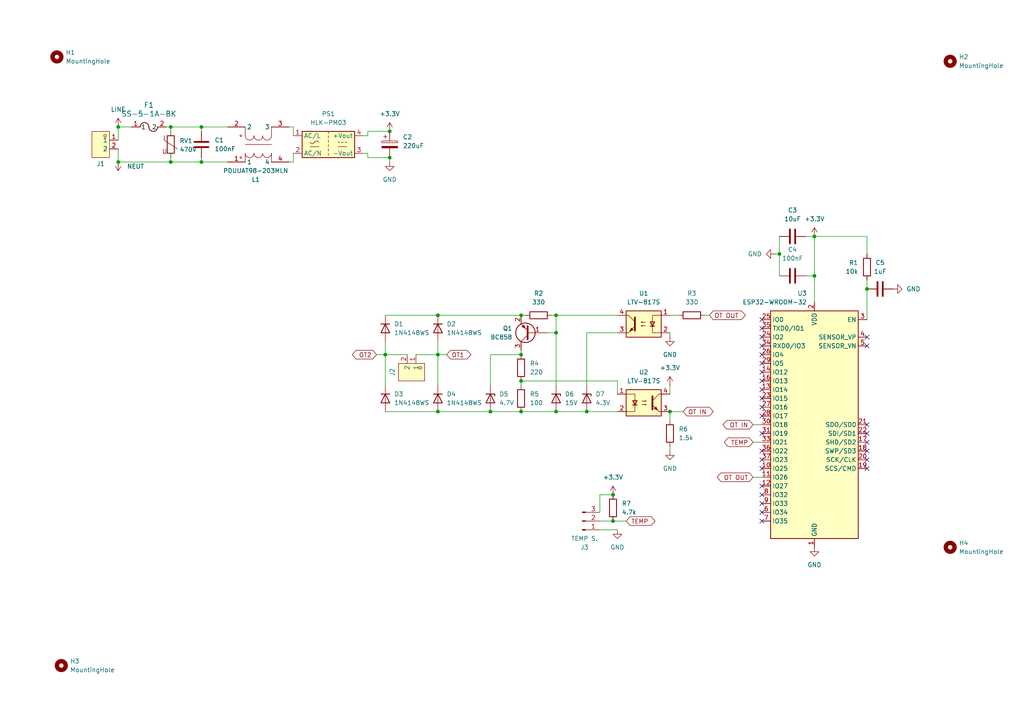
<source format=kicad_sch>
(kicad_sch (version 20231120) (generator "eeschema") (generator_version "8.0")
  (paper "A4")
  (lib_symbols
    (symbol "Connector:Conn_01x03_Pin" (pin_names (offset 1.016) hide)
      (property "Reference" "J" (at 0 5.08 0))
      (property "Value" "Conn_01x03_Pin" (at 0 -5.08 0))
      (symbol "Conn_01x03_Pin_1_1"
        (polyline (pts (xy 1.27 -2.54) (xy 0.8636 -2.54)) (stroke (width 0.1524)))
        (polyline (pts (xy 1.27 0) (xy 0.8636 0)) (stroke (width 0.1524)))
        (polyline (pts (xy 1.27 2.54) (xy 0.8636 2.54)) (stroke (width 0.1524)))
        (rectangle (start 0.8636 -2.413) (end 0 -2.667) (stroke (width 0.1524)) (fill (type outline)))
        (rectangle (start 0.8636 0.127) (end 0 -0.127) (stroke (width 0.1524)) (fill (type outline)))
        (rectangle (start 0.8636 2.667) (end 0 2.413) (stroke (width 0.1524)) (fill (type outline)))
        (pin passive line (at 5.08 2.54 180) (length 3.81) (name "Pin_1") (number "1"))
        (pin passive line (at 5.08 0 180) (length 3.81) (name "Pin_2") (number "2"))
        (pin passive line (at 5.08 -2.54 180) (length 3.81) (name "Pin_3") (number "3"))
      )
    )
    (symbol "Converter_ACDC:HLK-PM03"
      (property "Reference" "PS" (at 0 5.08 0))
      (property "Value" "HLK-PM03" (at 0 -5.08 0))
      (symbol "HLK-PM03_0_1"
        (rectangle (start -7.62 3.81) (end 7.62 -3.81) (stroke (width 0.254)) (fill (type background)))
        (arc (start -5.334 0.635) (mid -4.699 0.2495) (end -4.064 0.635))
        (arc (start -2.794 0.635) (mid -3.429 1.0072) (end -4.064 0.635))
        (polyline (pts (xy -5.334 -0.635) (xy -2.794 -0.635)))
        (polyline (pts (xy 0 -2.54) (xy 0 -3.175)))
        (polyline (pts (xy 0 -1.27) (xy 0 -1.905)))
        (polyline (pts (xy 0 0) (xy 0 -0.635)))
        (polyline (pts (xy 0 1.27) (xy 0 0.635)))
        (polyline (pts (xy 0 2.54) (xy 0 1.905)))
        (polyline (pts (xy 0 3.81) (xy 0 3.175)))
        (polyline (pts (xy 2.794 -0.635) (xy 5.334 -0.635)))
        (polyline (pts (xy 2.794 0.635) (xy 3.302 0.635)))
        (polyline (pts (xy 3.81 0.635) (xy 4.318 0.635)))
        (polyline (pts (xy 4.826 0.635) (xy 5.334 0.635)))
      )
      (symbol "HLK-PM03_1_1"
        (pin power_in line (at -10.16 2.54 0) (length 2.54) (name "AC/L") (number "1"))
        (pin power_in line (at -10.16 -2.54 0) (length 2.54) (name "AC/N") (number "2"))
        (pin power_out line (at 10.16 -2.54 180) (length 2.54) (name "-Vout") (number "3"))
        (pin power_out line (at 10.16 2.54 180) (length 2.54) (name "+Vout") (number "4"))
      )
    )
    (symbol "Device:C" (pin_numbers hide) (pin_names (offset 0.254))
      (property "Reference" "C" (at 0.635 2.54 0))
      (property "Value" "C" (at 0.635 -2.54 0))
      (symbol "C_0_1"
        (polyline (pts (xy -2.032 -0.762) (xy 2.032 -0.762)) (stroke (width 0.508)))
        (polyline (pts (xy -2.032 0.762) (xy 2.032 0.762)) (stroke (width 0.508)))
      )
      (symbol "C_1_1"
        (pin passive line (at 0 3.81 270) (length 2.794) (name "~") (number "1"))
        (pin passive line (at 0 -3.81 90) (length 2.794) (name "~") (number "2"))
      )
    )
    (symbol "Device:C_Polarized" (pin_numbers hide) (pin_names (offset 0.254))
      (property "Reference" "C" (at 0.635 2.54 0))
      (property "Value" "C_Polarized" (at 0.635 -2.54 0))
      (symbol "C_Polarized_0_1"
        (rectangle (start -2.286 0.508) (end 2.286 1.016))
        (polyline (pts (xy -1.778 2.286) (xy -0.762 2.286)))
        (polyline (pts (xy -1.27 2.794) (xy -1.27 1.778)))
        (rectangle (start 2.286 -0.508) (end -2.286 -1.016) (fill (type outline)))
      )
      (symbol "C_Polarized_1_1"
        (pin passive line (at 0 3.81 270) (length 2.794) (name "~") (number "1"))
        (pin passive line (at 0 -3.81 90) (length 2.794) (name "~") (number "2"))
      )
    )
    (symbol "Device:D_Zener" (pin_numbers hide) (pin_names (offset 1.016) hide)
      (property "Reference" "D" (at 0 2.54 0))
      (property "Value" "D_Zener" (at 0 -2.54 0))
      (symbol "D_Zener_0_1"
        (polyline (pts (xy 1.27 0) (xy -1.27 0)))
        (polyline (pts (xy -1.27 -1.27) (xy -1.27 1.27) (xy -0.762 1.27)) (stroke (width 0.254)))
        (polyline (pts (xy 1.27 -1.27) (xy 1.27 1.27) (xy -1.27 0) (xy 1.27 -1.27)) (stroke (width 0.254)))
      )
      (symbol "D_Zener_1_1"
        (pin passive line (at -3.81 0 0) (length 2.54) (name "K") (number "1"))
        (pin passive line (at 3.81 0 180) (length 2.54) (name "A") (number "2"))
      )
    )
    (symbol "Device:R" (pin_numbers hide) (pin_names (offset 0))
      (property "Reference" "R" (at 2.032 0 90))
      (property "Value" "R" (at 0 0 90))
      (symbol "R_0_1"
        (rectangle (start -1.016 -2.54) (end 1.016 2.54) (stroke (width 0.254)))
      )
      (symbol "R_1_1"
        (pin passive line (at 0 3.81 270) (length 1.27) (name "~") (number "1"))
        (pin passive line (at 0 -3.81 90) (length 1.27) (name "~") (number "2"))
      )
    )
    (symbol "Device:Varistor" (pin_numbers hide) (pin_names (offset 0))
      (property "Reference" "RV" (at 3.175 0 90))
      (property "Value" "Varistor" (at -3.175 0 90))
      (symbol "Varistor_0_0"
        (text "U" (at -1.778 -2.032 0) (effects (font (size 1.27 1.27))))
      )
      (symbol "Varistor_0_1"
        (rectangle (start -1.016 -2.54) (end 1.016 2.54) (stroke (width 0.254)))
        (polyline (pts (xy -1.905 2.54) (xy -1.905 1.27) (xy 1.905 -1.27)))
      )
      (symbol "Varistor_1_1"
        (pin passive line (at 0 3.81 270) (length 1.27) (name "~") (number "1"))
        (pin passive line (at 0 -3.81 90) (length 1.27) (name "~") (number "2"))
      )
    )
    (symbol "Diode:1N4148WS" (pin_numbers hide) (pin_names hide)
      (property "Reference" "D" (at 0 2.54 0))
      (property "Value" "1N4148WS" (at 0 -2.54 0))
      (symbol "1N4148WS_0_1"
        (polyline (pts (xy -1.27 1.27) (xy -1.27 -1.27)) (stroke (width 0.254)))
        (polyline (pts (xy 1.27 0) (xy -1.27 0)))
        (polyline (pts (xy 1.27 1.27) (xy 1.27 -1.27) (xy -1.27 0) (xy 1.27 1.27)) (stroke (width 0.254)))
      )
      (symbol "1N4148WS_1_1"
        (pin passive line (at -3.81 0 0) (length 2.54) (name "K") (number "1"))
        (pin passive line (at 3.81 0 180) (length 2.54) (name "A") (number "2"))
      )
    )
    (symbol "Isolator:LTV-817S" (pin_names (offset 1.016))
      (property "Reference" "U" (at -3.81 5.08 0))
      (property "Value" "LTV-817S" (at 0 -5.08 0))
      (symbol "LTV-817S_1_1"
        (rectangle (start -5.08 3.81) (end 5.08 -3.81) (stroke (width 0.254)) (fill (type background)))
        (polyline (pts (xy -3.175 -0.635) (xy -1.905 -0.635)) (stroke (width 0.254)))
        (polyline (pts (xy 2.54 0.635) (xy 4.445 2.54)))
        (polyline (pts (xy 4.445 -2.54) (xy 2.54 -0.635)) (fill (type outline)))
        (polyline (pts (xy 4.445 -2.54) (xy 5.08 -2.54)))
        (polyline (pts (xy 4.445 2.54) (xy 5.08 2.54)))
        (polyline (pts (xy -5.08 2.54) (xy -2.54 2.54) (xy -2.54 -0.762)))
        (polyline (pts (xy -2.54 -0.635) (xy -2.54 -2.54) (xy -5.08 -2.54)))
        (polyline (pts (xy 2.54 1.905) (xy 2.54 -1.905) (xy 2.54 -1.905)) (stroke (width 0.508)))
        (polyline (pts (xy -2.54 -0.635) (xy -3.175 0.635) (xy -1.905 0.635) (xy -2.54 -0.635)) (stroke (width 0.254)))
        (polyline (pts (xy -0.508 -0.508) (xy 0.762 -0.508) (xy 0.381 -0.635) (xy 0.381 -0.381) (xy 0.762 -0.508)))
        (polyline (pts (xy -0.508 0.508) (xy 0.762 0.508) (xy 0.381 0.381) (xy 0.381 0.635) (xy 0.762 0.508)))
        (polyline (pts (xy 3.048 -1.651) (xy 3.556 -1.143) (xy 4.064 -2.159) (xy 3.048 -1.651) (xy 3.048 -1.651)) (fill (type outline)))
        (pin passive line (at -7.62 2.54 0) (length 2.54) (name "~") (number "1"))
        (pin passive line (at -7.62 -2.54 0) (length 2.54) (name "~") (number "2"))
        (pin passive line (at 7.62 -2.54 180) (length 2.54) (name "~") (number "3"))
        (pin passive line (at 7.62 2.54 180) (length 2.54) (name "~") (number "4"))
      )
    )
    (symbol "Mechanical:MountingHole" (pin_names (offset 1.016)) (exclude_from_sim yes) (in_bom no)
      (property "Reference" "H" (at 0 5.08 0))
      (property "Value" "MountingHole" (at 0 3.175 0))
      (symbol "MountingHole_0_1"
        (circle (center 0 0) (radius 1.27) (stroke (width 1.27)))
      )
    )
    (symbol "RF_Module:ESP32-WROOM-32"
      (property "Reference" "U" (at -12.7 34.29 0))
      (property "Value" "ESP32-WROOM-32" (at 1.27 34.29 0))
      (symbol "ESP32-WROOM-32_0_1"
        (rectangle (start -12.7 33.02) (end 12.7 -33.02) (stroke (width 0.254)) (fill (type background)))
      )
      (symbol "ESP32-WROOM-32_1_1"
        (pin power_in line (at 0 -35.56 90) (length 2.54) (name "GND") (number "1"))
        (pin bidirectional line (at 15.24 -12.7 180) (length 2.54) (name "IO25") (number "10"))
        (pin bidirectional line (at 15.24 -15.24 180) (length 2.54) (name "IO26") (number "11"))
        (pin bidirectional line (at 15.24 -17.78 180) (length 2.54) (name "IO27") (number "12"))
        (pin bidirectional line (at 15.24 10.16 180) (length 2.54) (name "IO14") (number "13"))
        (pin bidirectional line (at 15.24 15.24 180) (length 2.54) (name "IO12") (number "14"))
        (pin passive line (at 0 -35.56 90) (length 2.54) hide (name "GND") (number "15"))
        (pin bidirectional line (at 15.24 12.7 180) (length 2.54) (name "IO13") (number "16"))
        (pin bidirectional line (at -15.24 -5.08 0) (length 2.54) (name "SHD/SD2") (number "17"))
        (pin bidirectional line (at -15.24 -7.62 0) (length 2.54) (name "SWP/SD3") (number "18"))
        (pin bidirectional line (at -15.24 -12.7 0) (length 2.54) (name "SCS/CMD") (number "19"))
        (pin power_in line (at 0 35.56 270) (length 2.54) (name "VDD") (number "2"))
        (pin bidirectional line (at -15.24 -10.16 0) (length 2.54) (name "SCK/CLK") (number "20"))
        (pin bidirectional line (at -15.24 0 0) (length 2.54) (name "SDO/SD0") (number "21"))
        (pin bidirectional line (at -15.24 -2.54 0) (length 2.54) (name "SDI/SD1") (number "22"))
        (pin bidirectional line (at 15.24 7.62 180) (length 2.54) (name "IO15") (number "23"))
        (pin bidirectional line (at 15.24 25.4 180) (length 2.54) (name "IO2") (number "24"))
        (pin bidirectional line (at 15.24 30.48 180) (length 2.54) (name "IO0") (number "25"))
        (pin bidirectional line (at 15.24 20.32 180) (length 2.54) (name "IO4") (number "26"))
        (pin bidirectional line (at 15.24 5.08 180) (length 2.54) (name "IO16") (number "27"))
        (pin bidirectional line (at 15.24 2.54 180) (length 2.54) (name "IO17") (number "28"))
        (pin bidirectional line (at 15.24 17.78 180) (length 2.54) (name "IO5") (number "29"))
        (pin input line (at -15.24 30.48 0) (length 2.54) (name "EN") (number "3"))
        (pin bidirectional line (at 15.24 0 180) (length 2.54) (name "IO18") (number "30"))
        (pin bidirectional line (at 15.24 -2.54 180) (length 2.54) (name "IO19") (number "31"))
        (pin no_connect line (at -12.7 -27.94 0) (length 2.54) hide (name "NC") (number "32"))
        (pin bidirectional line (at 15.24 -5.08 180) (length 2.54) (name "IO21") (number "33"))
        (pin bidirectional line (at 15.24 22.86 180) (length 2.54) (name "RXD0/IO3") (number "34"))
        (pin bidirectional line (at 15.24 27.94 180) (length 2.54) (name "TXD0/IO1") (number "35"))
        (pin bidirectional line (at 15.24 -7.62 180) (length 2.54) (name "IO22") (number "36"))
        (pin bidirectional line (at 15.24 -10.16 180) (length 2.54) (name "IO23") (number "37"))
        (pin passive line (at 0 -35.56 90) (length 2.54) hide (name "GND") (number "38"))
        (pin passive line (at 0 -35.56 90) (length 2.54) hide (name "GND") (number "39"))
        (pin input line (at -15.24 25.4 0) (length 2.54) (name "SENSOR_VP") (number "4"))
        (pin input line (at -15.24 22.86 0) (length 2.54) (name "SENSOR_VN") (number "5"))
        (pin input line (at 15.24 -25.4 180) (length 2.54) (name "IO34") (number "6"))
        (pin input line (at 15.24 -27.94 180) (length 2.54) (name "IO35") (number "7"))
        (pin bidirectional line (at 15.24 -20.32 180) (length 2.54) (name "IO32") (number "8"))
        (pin bidirectional line (at 15.24 -22.86 180) (length 2.54) (name "IO33") (number "9"))
      )
    )
    (symbol "Transistor_BJT:BC858" (pin_names (offset 0) hide)
      (property "Reference" "Q" (at 5.08 1.905 0))
      (property "Value" "BC858" (at 5.08 0 0))
      (symbol "BC858_0_1"
        (polyline (pts (xy 0.635 0.635) (xy 2.54 2.54)))
        (polyline (pts (xy 0.635 -0.635) (xy 2.54 -2.54) (xy 2.54 -2.54)))
        (polyline (pts (xy 0.635 1.905) (xy 0.635 -1.905) (xy 0.635 -1.905)) (stroke (width 0.508)))
        (polyline (pts (xy 2.286 -1.778) (xy 1.778 -2.286) (xy 1.27 -1.27) (xy 2.286 -1.778) (xy 2.286 -1.778)) (fill (type outline)))
        (circle (center 1.27 0) (radius 2.8194) (stroke (width 0.254)))
      )
      (symbol "BC858_1_1"
        (pin input line (at -5.08 0 0) (length 5.715) (name "B") (number "1"))
        (pin passive line (at 2.54 -5.08 90) (length 2.54) (name "E") (number "2"))
        (pin passive line (at 2.54 5.08 270) (length 2.54) (name "C") (number "3"))
      )
    )
    (symbol "my_lib:KF301-5.0-2P"
      (property "Reference" "U" (at 0 6.35 0))
      (property "Value" "KF301-5.0-2P" (at 0 -6.35 0))
      (symbol "KF301-5.0-2P_0_1"
        (rectangle (start -2.54 3.81) (end 2.54 -3.81) (fill (type background)))
        (circle (center -1.27 2.54) (radius 0.38))
        (pin unspecified line (at -5.08 1.27 0) (length 2.54) (name "1") (number "1"))
        (pin unspecified line (at -5.08 -1.27 0) (length 2.54) (name "2") (number "2"))
      )
    )
    (symbol "my_lib:PDUUAT98-203MLN"
      (property "Reference" "L" (at 0 10.16 0))
      (property "Value" "PDUUAT98-203MLN" (at 0 -10.16 0))
      (symbol "PDUUAT98-203MLN_0_1"
        (circle (center -3.81 -2.54) (radius 0.25))
        (circle (center -3.81 3.81) (radius 0.25))
        (arc (start 0 -2.54) (mid -1.27 -1.271) (end -2.54 -2.54))
        (polyline (pts (xy -2.54 -5.08) (xy -2.54 -2.54)))
        (polyline (pts (xy -2.54 0) (xy 5.08 0)))
        (polyline (pts (xy -2.54 5.08) (xy -2.54 2.54)))
        (polyline (pts (xy 5.08 -5.08) (xy 5.08 -2.54)))
        (polyline (pts (xy 5.08 5.08) (xy 5.08 2.54)))
        (arc (start 0 2.54) (mid -1 3.78) (end -2.54 2.54))
        (arc (start 2.54 -2.54) (mid 1.27 -1.271) (end 0 -2.54))
        (arc (start 2.54 2.54) (mid 1.54 3.78) (end 0 2.54))
        (arc (start 5.08 -2.54) (mid 3.81 -1.271) (end 2.54 -2.54))
        (arc (start 5.08 2.54) (mid 4.08 3.78) (end 2.54 2.54))
        (pin unspecified line (at -7.62 5.08 0) (length 5.08) (name "1") (number "1"))
        (pin unspecified line (at -7.62 -5.08 0) (length 5.08) (name "2") (number "2"))
        (pin unspecified line (at 10.16 -5.08 180) (length 5.08) (name "3") (number "3"))
        (pin unspecified line (at 10.16 5.08 180) (length 5.08) (name "4") (number "4"))
      )
    )
    (symbol "my_lib:SS-5-1A-BK" (pin_names (offset 0.254))
      (property "Reference" "F" (at 5.08 3.175 0))
      (property "Value" "SS-5-1A-BK" (at 5.08 -3.175 0))
      (symbol "SS-5-1A-BK_1_1"
        (arc (start 5.08 0) (mid 3.81 1.2645) (end 2.54 0) (stroke (width 0.254)))
        (arc (start 5.08 0) (mid 6.35 -1.2645) (end 7.62 0) (stroke (width 0.254)))
        (pin unspecified line (at 0 0 0) (length 2.54) (name "1") (number "1"))
        (pin unspecified line (at 10.16 0 180) (length 2.54) (name "2") (number "2"))
      )
      (symbol "SS-5-1A-BK_1_2"
        (arc (start 0 5.08) (mid -1.2645 3.81) (end 0 2.54) (stroke (width 0.254)))
        (arc (start 0 5.08) (mid 1.2645 6.35) (end 0 7.62) (stroke (width 0.254)))
        (pin unspecified line (at 0 0 90) (length 2.54) (name "1") (number "1"))
        (pin unspecified line (at 0 10.16 270) (length 2.54) (name "2") (number "2"))
      )
    )
    (symbol "power:+3.3V" (power) (pin_numbers hide) (pin_names (offset 0) hide)
      (property "Value" "+3.3V" (at 0 3.556 0))
      (symbol "+3.3V_0_1"
        (polyline (pts (xy -0.762 1.27) (xy 0 2.54)))
        (polyline (pts (xy 0 0) (xy 0 2.54)))
        (polyline (pts (xy 0 2.54) (xy 0.762 1.27)))
      )
      (symbol "+3.3V_1_1"
        (pin power_in line (at 0 0 90) (length 0) (name "~") (number "1"))
      )
    )
    (symbol "power:GND" (power) (pin_numbers hide) (pin_names (offset 0) hide)
      (property "Value" "GND" (at 0 -3.81 0))
      (symbol "GND_0_1"
        (polyline (pts (xy 0 0) (xy 0 -1.27) (xy 1.27 -1.27) (xy 0 -2.54) (xy -1.27 -1.27) (xy 0 -1.27)))
      )
      (symbol "GND_1_1"
        (pin power_in line (at 0 0 270) (length 0) (name "~") (number "1"))
      )
    )
    (symbol "power:LINE" (power) (pin_numbers hide) (pin_names (offset 0) hide)
      (property "Value" "LINE" (at 0 3.556 0))
      (symbol "LINE_0_1"
        (polyline (pts (xy -0.762 1.27) (xy 0 2.54)))
        (polyline (pts (xy 0 0) (xy 0 2.54)))
        (polyline (pts (xy 0 2.54) (xy 0.762 1.27)))
      )
      (symbol "LINE_1_1"
        (pin power_in line (at 0 0 90) (length 0) (name "~") (number "1"))
      )
    )
    (symbol "power:NEUT" (power) (pin_numbers hide) (pin_names (offset 0) hide)
      (property "Value" "NEUT" (at 0 3.556 0))
      (symbol "NEUT_0_1"
        (polyline (pts (xy -0.762 1.27) (xy 0 2.54)))
        (polyline (pts (xy 0 0) (xy 0 2.54)))
        (polyline (pts (xy 0 2.54) (xy 0.762 1.27)))
      )
      (symbol "NEUT_1_1"
        (pin power_in line (at 0 0 90) (length 0) (name "~") (number "1"))
      )
    )
  )
  (junction (at 127 119.38))
  (junction (at 58.42 46.99))
  (junction (at 58.42 36.83))
  (junction (at 49.53 36.83))
  (junction (at 151.13 102.87))
  (junction (at 127 91.44))
  (junction (at 34.29 46.99))
  (junction (at 170.18 119.38))
  (junction (at 236.22 80.01))
  (junction (at 142.24 119.38))
  (junction (at 34.29 36.83))
  (junction (at 251.46 83.82))
  (junction (at 161.29 119.38))
  (junction (at 177.8 151.13))
  (junction (at 151.13 119.38))
  (junction (at 151.13 91.44))
  (junction (at 177.8 143.51))
  (junction (at 113.03 38.1))
  (junction (at 127 102.87))
  (junction (at 113.03 45.72))
  (junction (at 226.06 73.66))
  (junction (at 194.31 119.38))
  (junction (at 111.76 102.87))
  (junction (at 161.29 96.52))
  (junction (at 161.29 91.44))
  (junction (at 236.22 68.58))
  (junction (at 151.13 110.49))
  (junction (at 49.53 46.99))
  (no_connect (at 251.46 100.33))
  (no_connect (at 220.98 102.87))
  (no_connect (at 220.98 92.71))
  (no_connect (at 251.46 97.79))
  (no_connect (at 251.46 130.81))
  (no_connect (at 220.98 118.11))
  (no_connect (at 220.98 143.51))
  (no_connect (at 220.98 146.05))
  (no_connect (at 220.98 105.41))
  (no_connect (at 220.98 97.79))
  (no_connect (at 251.46 133.35))
  (no_connect (at 251.46 125.73))
  (no_connect (at 220.98 107.95))
  (no_connect (at 220.98 100.33))
  (no_connect (at 220.98 120.65))
  (no_connect (at 220.98 115.57))
  (no_connect (at 220.98 130.81))
  (no_connect (at 220.98 148.59))
  (no_connect (at 220.98 113.03))
  (no_connect (at 220.98 135.89))
  (no_connect (at 220.98 110.49))
  (no_connect (at 220.98 151.13))
  (no_connect (at 251.46 128.27))
  (no_connect (at 251.46 135.89))
  (no_connect (at 220.98 125.73))
  (no_connect (at 220.98 95.25))
  (no_connect (at 220.98 133.35))
  (no_connect (at 220.98 140.97))
  (no_connect (at 251.46 123.19))
  (wire (pts (xy 105.41 44.45) (xy 106.68 44.45)))
  (wire (pts (xy 111.76 102.87) (xy 111.76 111.76)))
  (wire (pts (xy 127 102.87) (xy 127 111.76)))
  (wire (pts (xy 194.31 129.54) (xy 194.31 130.81)))
  (wire (pts (xy 127 102.87) (xy 129.54 102.87)))
  (wire (pts (xy 194.31 111.76) (xy 194.31 114.3)))
  (wire (pts (xy 226.06 68.58) (xy 226.06 73.66)))
  (wire (pts (xy 85.09 44.45) (xy 85.09 46.99)))
  (wire (pts (xy 160.02 91.44) (xy 161.29 91.44)))
  (wire (pts (xy 173.99 143.51) (xy 173.99 148.59)))
  (wire (pts (xy 177.8 151.13) (xy 181.61 151.13)))
  (wire (pts (xy 173.99 143.51) (xy 177.8 143.51)))
  (wire (pts (xy 151.13 119.38) (xy 161.29 119.38)))
  (wire (pts (xy 233.68 68.58) (xy 236.22 68.58)))
  (wire (pts (xy 204.47 91.44) (xy 205.74 91.44)))
  (wire (pts (xy 236.22 68.58) (xy 236.22 80.01)))
  (wire (pts (xy 58.42 36.83) (xy 66.04 36.83)))
  (wire (pts (xy 151.13 119.38) (xy 142.24 119.38)))
  (wire (pts (xy 224.79 73.66) (xy 226.06 73.66)))
  (wire (pts (xy 85.09 36.83) (xy 85.09 39.37)))
  (wire (pts (xy 58.42 36.83) (xy 58.42 38.1)))
  (wire (pts (xy 173.99 153.67) (xy 179.07 153.67)))
  (wire (pts (xy 58.42 36.83) (xy 49.53 36.83)))
  (wire (pts (xy 179.07 110.49) (xy 179.07 114.3)))
  (wire (pts (xy 111.76 102.87) (xy 118.11 102.87)))
  (wire (pts (xy 161.29 111.76) (xy 161.29 96.52)))
  (wire (pts (xy 34.29 43.18) (xy 34.29 46.99)))
  (wire (pts (xy 142.24 111.76) (xy 142.24 102.87)))
  (wire (pts (xy 49.53 46.99) (xy 49.53 45.72)))
  (wire (pts (xy 170.18 96.52) (xy 179.07 96.52)))
  (wire (pts (xy 170.18 111.76) (xy 170.18 96.52)))
  (wire (pts (xy 34.29 46.99) (xy 49.53 46.99)))
  (wire (pts (xy 151.13 91.44) (xy 127 91.44)))
  (wire (pts (xy 106.68 39.37) (xy 106.68 38.1)))
  (wire (pts (xy 105.41 39.37) (xy 106.68 39.37)))
  (wire (pts (xy 127 91.44) (xy 111.76 91.44)))
  (wire (pts (xy 173.99 151.13) (xy 177.8 151.13)))
  (wire (pts (xy 233.68 80.01) (xy 236.22 80.01)))
  (wire (pts (xy 251.46 73.66) (xy 251.46 68.58)))
  (wire (pts (xy 194.31 91.44) (xy 196.85 91.44)))
  (wire (pts (xy 38.1 36.83) (xy 34.29 36.83)))
  (wire (pts (xy 161.29 119.38) (xy 170.18 119.38)))
  (wire (pts (xy 58.42 46.99) (xy 49.53 46.99)))
  (wire (pts (xy 106.68 45.72) (xy 113.03 45.72)))
  (wire (pts (xy 48.26 36.83) (xy 49.53 36.83)))
  (wire (pts (xy 158.75 96.52) (xy 161.29 96.52)))
  (wire (pts (xy 142.24 102.87) (xy 151.13 102.87)))
  (wire (pts (xy 58.42 46.99) (xy 58.42 45.72)))
  (wire (pts (xy 161.29 91.44) (xy 161.29 96.52)))
  (wire (pts (xy 151.13 101.6) (xy 151.13 102.87)))
  (wire (pts (xy 120.65 102.87) (xy 127 102.87)))
  (wire (pts (xy 127 119.38) (xy 111.76 119.38)))
  (wire (pts (xy 151.13 110.49) (xy 179.07 110.49)))
  (wire (pts (xy 142.24 119.38) (xy 127 119.38)))
  (wire (pts (xy 113.03 46.99) (xy 113.03 45.72)))
  (wire (pts (xy 194.31 96.52) (xy 194.31 97.79)))
  (wire (pts (xy 226.06 73.66) (xy 226.06 80.01)))
  (wire (pts (xy 83.82 46.99) (xy 85.09 46.99)))
  (wire (pts (xy 106.68 44.45) (xy 106.68 45.72)))
  (wire (pts (xy 49.53 36.83) (xy 49.53 38.1)))
  (wire (pts (xy 218.44 128.27) (xy 220.98 128.27)))
  (wire (pts (xy 251.46 68.58) (xy 236.22 68.58)))
  (wire (pts (xy 251.46 81.28) (xy 251.46 83.82)))
  (wire (pts (xy 218.44 123.19) (xy 220.98 123.19)))
  (wire (pts (xy 83.82 36.83) (xy 85.09 36.83)))
  (wire (pts (xy 251.46 83.82) (xy 251.46 92.71)))
  (wire (pts (xy 161.29 91.44) (xy 179.07 91.44)))
  (wire (pts (xy 151.13 91.44) (xy 152.4 91.44)))
  (wire (pts (xy 106.68 38.1) (xy 113.03 38.1)))
  (wire (pts (xy 111.76 99.06) (xy 111.76 102.87)))
  (wire (pts (xy 109.22 102.87) (xy 111.76 102.87)))
  (wire (pts (xy 58.42 46.99) (xy 66.04 46.99)))
  (wire (pts (xy 170.18 119.38) (xy 179.07 119.38)))
  (wire (pts (xy 218.44 138.43) (xy 220.98 138.43)))
  (wire (pts (xy 194.31 119.38) (xy 194.31 121.92)))
  (wire (pts (xy 127 99.06) (xy 127 102.87)))
  (wire (pts (xy 34.29 36.83) (xy 34.29 40.64)))
  (wire (pts (xy 194.31 119.38) (xy 198.12 119.38)))
  (wire (pts (xy 151.13 110.49) (xy 151.13 111.76)))
  (wire (pts (xy 236.22 80.01) (xy 236.22 87.63)))
  (global_label "OT IN" (shape bidirectional) (at 218.44 123.19 180) (property "Intersheetrefs" "${INTERSHEET_REFS}" (effects (hide yes))))
  (global_label "OT2" (shape bidirectional) (at 109.22 102.87 180) (property "Intersheetrefs" "${INTERSHEET_REFS}" (effects (hide yes))))
  (global_label "TEMP" (shape bidirectional) (at 181.61 151.13 0) (property "Intersheetrefs" "${INTERSHEET_REFS}" (effects (hide yes))))
  (global_label "OT OUT" (shape bidirectional) (at 205.74 91.44 0) (property "Intersheetrefs" "${INTERSHEET_REFS}" (effects (hide yes))))
  (global_label "OT IN" (shape bidirectional) (at 198.12 119.38 0) (property "Intersheetrefs" "${INTERSHEET_REFS}" (effects (hide yes))))
  (global_label "OT1" (shape bidirectional) (at 129.54 102.87 0) (property "Intersheetrefs" "${INTERSHEET_REFS}" (effects (hide yes))))
  (global_label "TEMP" (shape bidirectional) (at 218.44 128.27 180) (property "Intersheetrefs" "${INTERSHEET_REFS}" (effects (hide yes))))
  (global_label "OT OUT" (shape bidirectional) (at 218.44 138.43 180) (property "Intersheetrefs" "${INTERSHEET_REFS}" (effects (hide yes))))
  (symbol (lib_id "Device:C") (at 229.87 68.58 270) (mirror x) (unit 1)
    (property "Reference" "C3" (at 229.87 60.96 90))
    (property "Value" "10uF" (at 229.87 63.5 90))
    (property "Footprint" "Capacitor_SMD:C_1206_3216Metric_Pad1.33x1.80mm_HandSolder" (effects (hide yes)))
    (property "Description" "Unpolarized capacitor" (effects (hide yes)))
  )
  (symbol (lib_id "power:GND") (at 194.31 130.81 0) (mirror y) (unit 1)
    (property "Reference" "#PWR010" (effects (hide yes)))
    (property "Value" "GND" (at 194.31 135.89 0))
    (property "Description" "Power symbol creates a global label with name \"GND\" , ground" (effects (hide yes)))
  )
  (symbol (lib_id "power:LINE") (at 34.29 36.83 0) (unit 1)
    (property "Reference" "#PWR01" (effects (hide yes)))
    (property "Value" "LINE" (at 34.29 31.75 0))
    (property "Description" "Power symbol creates a global label with name \"LINE\"" (effects (hide yes)))
  )
  (symbol (lib_id "my_lib:PDUUAT98-203MLN") (at 73.66 41.91 0) (mirror x) (unit 1)
    (property "Reference" "L1" (at 74.17 52.07 0))
    (property "Value" "PDUUAT98-203MLN" (at 74.17 49.53 0))
    (property "Footprint" "my_lib:FILTER-TH_4P-L17.0-W12.0-P7.00-D0.6-S8.00-1" (effects (hide yes)))
    (property "LCSC Part" "C2923574" (effects (hide yes)))
  )
  (symbol (lib_id "power:+3.3V") (at 236.22 68.58 0) (mirror y) (unit 1)
    (property "Reference" "#PWR05" (effects (hide yes)))
    (property "Value" "+3.3V" (at 236.22 63.5 0))
    (property "Description" "Power symbol creates a global label with name \"+3.3V\"" (effects (hide yes)))
  )
  (symbol (lib_id "Connector:Conn_01x03_Pin") (at 168.91 151.13 0) (mirror x) (unit 1)
    (property "Reference" "J3" (at 169.545 158.75 0))
    (property "Value" "TEMP S." (at 169.545 156.21 0))
    (property "Footprint" "Connector_JST:JST_PH_S3B-PH-K_1x03_P2.00mm_Horizontal" (effects (hide yes)))
    (property "Description" "Generic connector, single row, 01x03, script generated" (effects (hide yes)))
  )
  (symbol (lib_id "Mechanical:MountingHole") (at 275.59 17.78 0) (unit 1) (exclude_from_sim yes) (in_bom no)
    (property "Reference" "H2" (at 278.13 16.5099 0) (effects (justify left)))
    (property "Value" "MountingHole" (at 278.13 19.0499 0) (effects (justify left)))
    (property "Footprint" "MountingHole:MountingHole_3.2mm_M3_DIN965" (effects (hide yes)))
    (property "Description" "Mounting Hole without connection" (effects (hide yes)))
  )
  (symbol (lib_id "Device:D_Zener") (at 161.29 115.57 270) (unit 1)
    (property "Reference" "D6" (at 163.83 114.2999 90) (effects (justify left)))
    (property "Value" "15V" (at 163.83 116.8399 90) (effects (justify left)))
    (property "Footprint" "Diode_SMD:D_SOD-123F" (effects (hide yes)))
    (property "Description" "Zener diode" (effects (hide yes)))
  )
  (symbol (lib_id "power:GND") (at 259.08 83.82 90) (mirror x) (unit 1)
    (property "Reference" "#PWR07" (effects (hide yes)))
    (property "Value" "GND" (at 262.89 83.8199 90) (effects (justify right)))
    (property "Description" "Power symbol creates a global label with name \"GND\" , ground" (effects (hide yes)))
  )
  (symbol (lib_id "power:GND") (at 113.03 46.99 0) (unit 1)
    (property "Reference" "#PWR04" (effects (hide yes)))
    (property "Value" "GND" (at 113.03 52.07 0))
    (property "Description" "Power symbol creates a global label with name \"GND\" , ground" (effects (hide yes)))
  )
  (symbol (lib_id "Device:D_Zener") (at 142.24 115.57 270) (unit 1)
    (property "Reference" "D5" (at 144.78 114.2999 90) (effects (justify left)))
    (property "Value" "4.7V" (at 144.78 116.8399 90) (effects (justify left)))
    (property "Footprint" "Diode_SMD:D_SOD-123F" (effects (hide yes)))
    (property "Description" "Zener diode" (effects (hide yes)))
  )
  (symbol (lib_id "Diode:1N4148WS") (at 111.76 115.57 270) (unit 1)
    (property "Reference" "D3" (at 114.3 114.2999 90) (effects (justify left)))
    (property "Value" "1N4148WS" (at 114.3 116.8399 90) (effects (justify left)))
    (property "Footprint" "Diode_SMD:D_SOD-323_HandSoldering" (effects (hide yes)))
    (property "Datasheet" "https://www.vishay.com/docs/85751/1n4148ws.pdf" (effects (hide yes)))
    (property "Description" "75V 0.15A Fast switching Diode, SOD-323" (effects (hide yes)))
    (property "Sim.Device" "D" (effects (hide yes)))
    (property "Sim.Pins" "1=K 2=A" (effects (hide yes)))
  )
  (symbol (lib_id "power:+3.3V") (at 177.8 143.51 0) (mirror y) (unit 1)
    (property "Reference" "#PWR011" (effects (hide yes)))
    (property "Value" "+3.3V" (at 177.8 138.43 0))
    (property "Description" "Power symbol creates a global label with name \"+3.3V\"" (effects (hide yes)))
  )
  (symbol (lib_id "Device:R") (at 251.46 77.47 0) (mirror y) (unit 1)
    (property "Reference" "R1" (at 248.92 76.1999 0) (effects (justify left)))
    (property "Value" "10k" (at 248.92 78.7399 0) (effects (justify left)))
    (property "Footprint" "Resistor_SMD:R_1206_3216Metric_Pad1.30x1.75mm_HandSolder" (effects (hide yes)))
    (property "Description" "Resistor" (effects (hide yes)))
  )
  (symbol (lib_id "Diode:1N4148WS") (at 111.76 95.25 270) (unit 1)
    (property "Reference" "D1" (at 114.3 93.9799 90) (effects (justify left)))
    (property "Value" "1N4148WS" (at 114.3 96.5199 90) (effects (justify left)))
    (property "Footprint" "Diode_SMD:D_SOD-323_HandSoldering" (effects (hide yes)))
    (property "Datasheet" "https://www.vishay.com/docs/85751/1n4148ws.pdf" (effects (hide yes)))
    (property "Description" "75V 0.15A Fast switching Diode, SOD-323" (effects (hide yes)))
    (property "Sim.Device" "D" (effects (hide yes)))
    (property "Sim.Pins" "1=K 2=A" (effects (hide yes)))
  )
  (symbol (lib_id "power:NEUT") (at 34.29 46.99 180) (unit 1)
    (property "Reference" "#PWR03" (effects (hide yes)))
    (property "Value" "NEUT" (at 36.83 48.2599 0) (effects (justify right)))
    (property "Description" "Power symbol creates a global label with name \"NEUT\"" (effects (hide yes)))
  )
  (symbol (lib_id "Device:R") (at 156.21 91.44 90) (unit 1)
    (property "Reference" "R2" (at 156.21 85.09 90))
    (property "Value" "330" (at 156.21 87.63 90))
    (property "Footprint" "Resistor_SMD:R_1206_3216Metric_Pad1.30x1.75mm_HandSolder" (effects (hide yes)))
    (property "Description" "Resistor" (effects (hide yes)))
  )
  (symbol (lib_id "Converter_ACDC:HLK-PM03") (at 95.25 41.91 0) (unit 1)
    (property "Reference" "PS1" (at 95.25 33.02 0))
    (property "Value" "HLK-PM03" (at 95.25 35.56 0))
    (property "Footprint" "Converter_ACDC:Converter_ACDC_Hi-Link_HLK-PMxx" (effects (hide yes)))
    (property "Datasheet" "https://h.hlktech.com/download/ACDC%E7%94%B5%E6%BA%90%E6%A8%A1%E5%9D%973W%E7%B3%BB%E5%88%97/1/%E6%B5%B7%E5%87%8C%E7%A7%913W%E7%B3%BB%E5%88%97%E7%94%B5%E6%BA%90%E6%A8%A1%E5%9D%97%E8%A7%84%E6%A0%BC%E4%B9%A6V2.8.pdf" (effects (hide yes)))
    (property "Description" "Compact AC/DC board mount power module 3W 3V3" (effects (hide yes)))
  )
  (symbol (lib_id "power:+3.3V") (at 113.03 38.1 0) (unit 1)
    (property "Reference" "#PWR02" (effects (hide yes)))
    (property "Value" "+3.3V" (at 113.03 33.02 0))
    (property "Description" "Power symbol creates a global label with name \"+3.3V\"" (effects (hide yes)))
  )
  (symbol (lib_id "Device:C") (at 58.42 41.91 0) (unit 1)
    (property "Reference" "C1" (at 62.23 40.6399 0) (effects (justify left)))
    (property "Value" "100nF" (at 62.23 43.1799 0) (effects (justify left)))
    (property "Footprint" "Capacitor_THT:C_Rect_L18.0mm_W5.0mm_P15.00mm_FKS3_FKP3" (effects (hide yes)))
    (property "Description" "Unpolarized capacitor" (effects (hide yes)))
  )
  (symbol (lib_id "Device:D_Zener") (at 170.18 115.57 270) (unit 1)
    (property "Reference" "D7" (at 172.72 114.2999 90) (effects (justify left)))
    (property "Value" "4.3V" (at 172.72 116.8399 90) (effects (justify left)))
    (property "Footprint" "Diode_SMD:D_SOD-123F" (effects (hide yes)))
    (property "Description" "Zener diode" (effects (hide yes)))
  )
  (symbol (lib_id "my_lib:SS-5-1A-BK") (at 38.1 36.83 0) (unit 1)
    (property "Reference" "F1" (at 43.18 30.48 0) (effects (font (size 1.524 1.524))))
    (property "Value" "SS-5-1A-BK" (at 43.18 33.02 0) (effects (font (size 1.524 1.524))))
    (property "Footprint" "my_lib:FUS_CB_SS-5" (effects (hide yes)))
    (property "Datasheet" "https://www.eaton.com/content/dam/eaton/products/electronic-components/resources/data-sheet/eaton-ss-5h-subminiature-radial-leaded-time-delay-fuses-data-sheet.pdf" (effects (hide yes)))
  )
  (symbol (lib_id "power:+3.3V") (at 194.31 111.76 0) (mirror y) (unit 1)
    (property "Reference" "#PWR09" (effects (hide yes)))
    (property "Value" "+3.3V" (at 194.31 106.68 0))
    (property "Description" "Power symbol creates a global label with name \"+3.3V\"" (effects (hide yes)))
  )
  (symbol (lib_id "Diode:1N4148WS") (at 127 95.25 270) (unit 1)
    (property "Reference" "D2" (at 129.54 93.9799 90) (effects (justify left)))
    (property "Value" "1N4148WS" (at 129.54 96.5199 90) (effects (justify left)))
    (property "Footprint" "Diode_SMD:D_SOD-323_HandSoldering" (effects (hide yes)))
    (property "Datasheet" "https://www.vishay.com/docs/85751/1n4148ws.pdf" (effects (hide yes)))
    (property "Description" "75V 0.15A Fast switching Diode, SOD-323" (effects (hide yes)))
    (property "Sim.Device" "D" (effects (hide yes)))
    (property "Sim.Pins" "1=K 2=A" (effects (hide yes)))
  )
  (symbol (lib_id "Isolator:LTV-817S") (at 186.69 116.84 0) (unit 1)
    (property "Reference" "U2" (at 186.69 107.95 0))
    (property "Value" "LTV-817S" (at 186.69 110.49 0))
    (property "Footprint" "Package_DIP:SMDIP-4_W9.53mm" (effects (hide yes)))
    (property "Datasheet" "http://www.us.liteon.com/downloads/LTV-817-827-847.PDF" (effects (hide yes)))
    (property "Description" "DC Optocoupler, Vce 35V, CTR 50%, SMDIP-4" (effects (hide yes)))
  )
  (symbol (lib_id "Transistor_BJT:BC858") (at 153.67 96.52 180) (unit 1)
    (property "Reference" "Q1" (at 148.59 95.2499 0) (effects (justify left)))
    (property "Value" "BC858" (at 148.59 97.7899 0) (effects (justify left)))
    (property "Footprint" "Package_TO_SOT_SMD:SOT-23_Handsoldering" (effects (hide yes)))
    (property "Datasheet" "https://www.onsemi.com/pub/Collateral/BC860-D.pdf" (effects (hide yes)))
    (property "Description" "0.1A Ic, 30V Vce, PNP Transistor, SOT-23" (effects (hide yes)))
  )
  (symbol (lib_id "my_lib:KF301-5.0-2P") (at 119.38 107.95 270) (unit 1)
    (property "Reference" "J2" (at 113.792 107.95 0))
    (property "Value" "KF301-5.0-2P" (effects (hide yes)))
    (property "Footprint" "my_lib:CONN-TH_P5.00_KF301-5.0-2P" (effects (hide yes)))
    (property "Datasheet" "https://lcsc.com/product-detail/New-Quadratic-Unclassified-Data_Cixi-Kefa-Elec-KF301-5-0-2P_C474881.html" (effects (hide yes)))
    (property "Description" "Generic screw terminal, single row, 01x02, script generated (kicad-library-utils/schlib/autogen/connector/)" (effects (hide yes)))
    (property "LCSC Part" "C474881" (effects (hide yes)))
  )
  (symbol (lib_id "my_lib:KF301-5.0-2P") (at 29.21 41.91 0) (mirror y) (unit 1)
    (property "Reference" "J1" (at 29.21 47.498 0))
    (property "Value" "KF301-5.0-2P" (effects (hide yes)))
    (property "Footprint" "my_lib:CONN-TH_P5.00_KF301-5.0-2P" (effects (hide yes)))
    (property "Datasheet" "https://lcsc.com/product-detail/New-Quadratic-Unclassified-Data_Cixi-Kefa-Elec-KF301-5-0-2P_C474881.html" (effects (hide yes)))
    (property "Description" "Generic screw terminal, single row, 01x02, script generated (kicad-library-utils/schlib/autogen/connector/)" (effects (hide yes)))
    (property "LCSC Part" "C474881" (effects (hide yes)))
  )
  (symbol (lib_id "Device:R") (at 177.8 147.32 0) (unit 1)
    (property "Reference" "R7" (at 180.34 146.0499 0) (effects (justify left)))
    (property "Value" "4.7k" (at 180.34 148.5899 0) (effects (justify left)))
    (property "Footprint" "Resistor_SMD:R_1206_3216Metric_Pad1.30x1.75mm_HandSolder" (effects (hide yes)))
    (property "Description" "Resistor" (effects (hide yes)))
  )
  (symbol (lib_id "Isolator:LTV-817S") (at 186.69 93.98 0) (mirror y) (unit 1)
    (property "Reference" "U1" (at 186.69 85.09 0))
    (property "Value" "LTV-817S" (at 186.69 87.63 0))
    (property "Footprint" "Package_DIP:SMDIP-4_W9.53mm" (effects (hide yes)))
    (property "Datasheet" "http://www.us.liteon.com/downloads/LTV-817-827-847.PDF" (effects (hide yes)))
    (property "Description" "DC Optocoupler, Vce 35V, CTR 50%, SMDIP-4" (effects (hide yes)))
  )
  (symbol (lib_id "Device:R") (at 151.13 106.68 0) (unit 1)
    (property "Reference" "R4" (at 153.67 105.4099 0) (effects (justify left)))
    (property "Value" "220" (at 153.67 107.9499 0) (effects (justify left)))
    (property "Footprint" "Resistor_SMD:R_1206_3216Metric_Pad1.30x1.75mm_HandSolder" (effects (hide yes)))
    (property "Description" "Resistor" (effects (hide yes)))
  )
  (symbol (lib_id "Device:R") (at 194.31 125.73 0) (unit 1)
    (property "Reference" "R6" (at 196.85 124.4599 0) (effects (justify left)))
    (property "Value" "1.5k" (at 196.85 126.9999 0) (effects (justify left)))
    (property "Footprint" "Resistor_SMD:R_1206_3216Metric_Pad1.30x1.75mm_HandSolder" (effects (hide yes)))
    (property "Description" "Resistor" (effects (hide yes)))
  )
  (symbol (lib_id "Device:Varistor") (at 49.53 41.91 0) (unit 1)
    (property "Reference" "RV1" (at 52.07 40.8332 0) (effects (justify left)))
    (property "Value" "470V" (at 52.07 43.3732 0) (effects (justify left)))
    (property "Footprint" "Varistor:RV_Disc_D16.5mm_W6.7mm_P7.5mm" (effects (hide yes)))
    (property "Description" "Voltage dependent resistor" (effects (hide yes)))
    (property "Sim.Name" "kicad_builtin_varistor" (effects (hide yes)))
    (property "Sim.Device" "SUBCKT" (effects (hide yes)))
    (property "Sim.Pins" "1=A 2=B" (effects (hide yes)))
    (property "Sim.Params" "threshold=470" (effects (hide yes)))
    (property "Sim.Library" "${KICAD7_SYMBOL_DIR}/Simulation_SPICE.sp" (effects (hide yes)))
  )
  (symbol (lib_id "power:GND") (at 179.07 153.67 0) (mirror y) (unit 1)
    (property "Reference" "#PWR012" (effects (hide yes)))
    (property "Value" "GND" (at 179.07 158.75 0))
    (property "Description" "Power symbol creates a global label with name \"GND\" , ground" (effects (hide yes)))
  )
  (symbol (lib_id "Device:R") (at 200.66 91.44 90) (unit 1)
    (property "Reference" "R3" (at 200.66 85.09 90))
    (property "Value" "330" (at 200.66 87.63 90))
    (property "Footprint" "Resistor_SMD:R_1206_3216Metric_Pad1.30x1.75mm_HandSolder" (effects (hide yes)))
    (property "Description" "Resistor" (effects (hide yes)))
  )
  (symbol (lib_id "Mechanical:MountingHole") (at 17.78 193.04 0) (unit 1) (exclude_from_sim yes) (in_bom no)
    (property "Reference" "H3" (at 20.32 191.7699 0) (effects (justify left)))
    (property "Value" "MountingHole" (at 20.32 194.3099 0) (effects (justify left)))
    (property "Footprint" "MountingHole:MountingHole_3.2mm_M3_DIN965" (effects (hide yes)))
    (property "Description" "Mounting Hole without connection" (effects (hide yes)))
  )
  (symbol (lib_id "Device:C_Polarized") (at 113.03 41.91 0) (unit 1)
    (property "Reference" "C2" (at 116.84 39.7509 0) (effects (justify left)))
    (property "Value" "220uF" (at 116.84 42.2909 0) (effects (justify left)))
    (property "Footprint" "Capacitor_THT:CP_Radial_D6.3mm_P2.50mm" (effects (hide yes)))
    (property "Description" "Polarized capacitor" (effects (hide yes)))
  )
  (symbol (lib_id "Device:C") (at 229.87 80.01 270) (mirror x) (unit 1)
    (property "Reference" "C4" (at 229.87 72.39 90))
    (property "Value" "100nF" (at 229.87 74.93 90))
    (property "Footprint" "Capacitor_SMD:C_1206_3216Metric_Pad1.33x1.80mm_HandSolder" (effects (hide yes)))
    (property "Description" "Unpolarized capacitor" (effects (hide yes)))
  )
  (symbol (lib_id "power:GND") (at 194.31 97.79 0) (mirror y) (unit 1)
    (property "Reference" "#PWR08" (effects (hide yes)))
    (property "Value" "GND" (at 194.31 102.87 0))
    (property "Description" "Power symbol creates a global label with name \"GND\" , ground" (effects (hide yes)))
  )
  (symbol (lib_id "power:GND") (at 224.79 73.66 270) (mirror x) (unit 1)
    (property "Reference" "#PWR06" (effects (hide yes)))
    (property "Value" "GND" (at 220.98 73.6599 90) (effects (justify right)))
    (property "Description" "Power symbol creates a global label with name \"GND\" , ground" (effects (hide yes)))
  )
  (symbol (lib_id "RF_Module:ESP32-WROOM-32") (at 236.22 123.19 0) (mirror y) (unit 1)
    (property "Reference" "U3" (at 234.0259 85.09 0) (effects (justify left)))
    (property "Value" "ESP32-WROOM-32" (at 234.0259 87.63 0) (effects (justify left)))
    (property "Footprint" "RF_Module:ESP32-WROOM-32" (effects (hide yes)))
    (property "Datasheet" "https://www.espressif.com/sites/default/files/documentation/esp32-wroom-32_datasheet_en.pdf" (effects (hide yes)))
    (property "Description" "RF Module, ESP32-D0WDQ6 SoC, Wi-Fi 802.11b/g/n, Bluetooth, BLE, 32-bit, 2.7-3.6V, onboard antenna, SMD" (effects (hide yes)))
  )
  (symbol (lib_id "Mechanical:MountingHole") (at 275.59 158.75 0) (unit 1) (exclude_from_sim yes) (in_bom no)
    (property "Reference" "H4" (at 278.13 157.4799 0) (effects (justify left)))
    (property "Value" "MountingHole" (at 278.13 160.0199 0) (effects (justify left)))
    (property "Footprint" "MountingHole:MountingHole_3.2mm_M3_DIN965" (effects (hide yes)))
    (property "Description" "Mounting Hole without connection" (effects (hide yes)))
  )
  (symbol (lib_id "Mechanical:MountingHole") (at 16.51 16.51 0) (unit 1) (exclude_from_sim yes) (in_bom no)
    (property "Reference" "H1" (at 19.05 15.2399 0) (effects (justify left)))
    (property "Value" "MountingHole" (at 19.05 17.7799 0) (effects (justify left)))
    (property "Footprint" "MountingHole:MountingHole_3.2mm_M3_DIN965" (effects (hide yes)))
    (property "Description" "Mounting Hole without connection" (effects (hide yes)))
  )
  (symbol (lib_id "Diode:1N4148WS") (at 127 115.57 270) (unit 1)
    (property "Reference" "D4" (at 129.54 114.2999 90) (effects (justify left)))
    (property "Value" "1N4148WS" (at 129.54 116.8399 90) (effects (justify left)))
    (property "Footprint" "Diode_SMD:D_SOD-323_HandSoldering" (effects (hide yes)))
    (property "Datasheet" "https://www.vishay.com/docs/85751/1n4148ws.pdf" (effects (hide yes)))
    (property "Description" "75V 0.15A Fast switching Diode, SOD-323" (effects (hide yes)))
    (property "Sim.Device" "D" (effects (hide yes)))
    (property "Sim.Pins" "1=K 2=A" (effects (hide yes)))
  )
  (symbol (lib_id "Device:C") (at 255.27 83.82 270) (mirror x) (unit 1)
    (property "Reference" "C5" (at 255.27 76.2 90))
    (property "Value" "1uF" (at 255.27 78.74 90))
    (property "Footprint" "Capacitor_SMD:C_1206_3216Metric_Pad1.33x1.80mm_HandSolder" (effects (hide yes)))
    (property "Description" "Unpolarized capacitor" (effects (hide yes)))
  )
  (symbol (lib_id "Device:R") (at 151.13 115.57 0) (unit 1)
    (property "Reference" "R5" (at 153.67 114.2999 0) (effects (justify left)))
    (property "Value" "100" (at 153.67 116.8399 0) (effects (justify left)))
    (property "Footprint" "Resistor_SMD:R_1206_3216Metric_Pad1.30x1.75mm_HandSolder" (effects (hide yes)))
    (property "Description" "Resistor" (effects (hide yes)))
  )
  (symbol (lib_id "power:GND") (at 236.22 158.75 0) (mirror y) (unit 1)
    (property "Reference" "#PWR013" (effects (hide yes)))
    (property "Value" "GND" (at 236.22 163.83 0))
    (property "Description" "Power symbol creates a global label with name \"GND\" , ground" (effects (hide yes)))
  )
)
</source>
